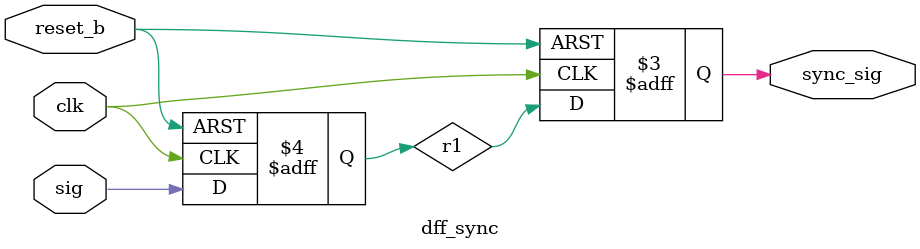
<source format=v>
`timescale 1ns / 1ps
module dff_sync(
	input  wire clk,
	input  wire reset_b,
	input  wire sig,
	output reg  sync_sig);

	reg r1;

	always@(posedge clk or negedge reset_b)
		if (~reset_b) begin
			sync_sig <= 1'b0;
			r1       <= 1'b0;
		end
		else begin
			r1       <= sig;
			sync_sig <= r1;
		end
			


endmodule

</source>
